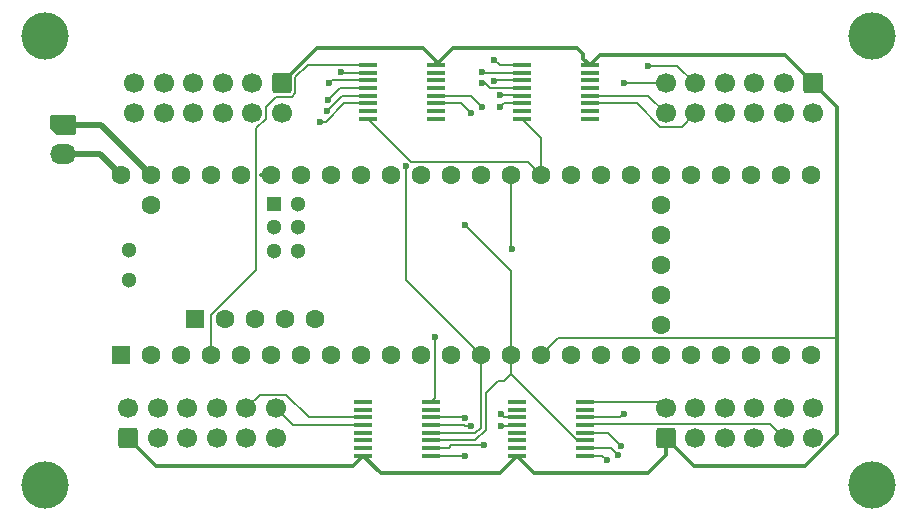
<source format=gbr>
%TF.GenerationSoftware,KiCad,Pcbnew,8.0.9-8.0.9-0~ubuntu22.04.1*%
%TF.CreationDate,2025-03-21T08:59:58-04:00*%
%TF.ProjectId,WS_Wheel_PCB,57535f57-6865-4656-9c5f-5043422e6b69,rev?*%
%TF.SameCoordinates,Original*%
%TF.FileFunction,Copper,L1,Top*%
%TF.FilePolarity,Positive*%
%FSLAX46Y46*%
G04 Gerber Fmt 4.6, Leading zero omitted, Abs format (unit mm)*
G04 Created by KiCad (PCBNEW 8.0.9-8.0.9-0~ubuntu22.04.1) date 2025-03-21 08:59:58*
%MOMM*%
%LPD*%
G01*
G04 APERTURE LIST*
G04 Aperture macros list*
%AMRoundRect*
0 Rectangle with rounded corners*
0 $1 Rounding radius*
0 $2 $3 $4 $5 $6 $7 $8 $9 X,Y pos of 4 corners*
0 Add a 4 corners polygon primitive as box body*
4,1,4,$2,$3,$4,$5,$6,$7,$8,$9,$2,$3,0*
0 Add four circle primitives for the rounded corners*
1,1,$1+$1,$2,$3*
1,1,$1+$1,$4,$5*
1,1,$1+$1,$6,$7*
1,1,$1+$1,$8,$9*
0 Add four rect primitives between the rounded corners*
20,1,$1+$1,$2,$3,$4,$5,0*
20,1,$1+$1,$4,$5,$6,$7,0*
20,1,$1+$1,$6,$7,$8,$9,0*
20,1,$1+$1,$8,$9,$2,$3,0*%
%AMFreePoly0*
4,1,22,0.945671,0.830970,1.026777,0.776777,1.080970,0.695671,1.100000,0.600000,1.100000,-0.600000,1.080970,-0.695671,1.026777,-0.776777,0.945671,-0.830970,0.850000,-0.850000,-0.450000,-0.850000,-0.545671,-0.830970,-0.626777,-0.776777,-1.026777,-0.376777,-1.080970,-0.295671,-1.100000,-0.200000,-1.100000,0.600000,-1.080970,0.695671,-1.026777,0.776777,-0.945671,0.830970,-0.850000,0.850000,
0.850000,0.850000,0.945671,0.830970,0.945671,0.830970,$1*%
G04 Aperture macros list end*
%TA.AperFunction,ComponentPad*%
%ADD10R,1.600000X1.600000*%
%TD*%
%TA.AperFunction,ComponentPad*%
%ADD11C,1.600000*%
%TD*%
%TA.AperFunction,ComponentPad*%
%ADD12R,1.300000X1.300000*%
%TD*%
%TA.AperFunction,ComponentPad*%
%ADD13C,1.300000*%
%TD*%
%TA.AperFunction,SMDPad,CuDef*%
%ADD14RoundRect,0.100000X0.675000X0.100000X-0.675000X0.100000X-0.675000X-0.100000X0.675000X-0.100000X0*%
%TD*%
%TA.AperFunction,ComponentPad*%
%ADD15FreePoly0,0.000000*%
%TD*%
%TA.AperFunction,ComponentPad*%
%ADD16O,2.200000X1.700000*%
%TD*%
%TA.AperFunction,ComponentPad*%
%ADD17RoundRect,0.250000X-0.600000X0.600000X-0.600000X-0.600000X0.600000X-0.600000X0.600000X0.600000X0*%
%TD*%
%TA.AperFunction,ComponentPad*%
%ADD18C,1.700000*%
%TD*%
%TA.AperFunction,ComponentPad*%
%ADD19RoundRect,0.250000X0.600000X-0.600000X0.600000X0.600000X-0.600000X0.600000X-0.600000X-0.600000X0*%
%TD*%
%TA.AperFunction,SMDPad,CuDef*%
%ADD20RoundRect,0.100000X-0.675000X-0.100000X0.675000X-0.100000X0.675000X0.100000X-0.675000X0.100000X0*%
%TD*%
%TA.AperFunction,ViaPad*%
%ADD21C,4.000000*%
%TD*%
%TA.AperFunction,ViaPad*%
%ADD22C,0.600000*%
%TD*%
%TA.AperFunction,Conductor*%
%ADD23C,0.200000*%
%TD*%
%TA.AperFunction,Conductor*%
%ADD24C,0.300000*%
%TD*%
%TA.AperFunction,Conductor*%
%ADD25C,0.500000*%
%TD*%
G04 APERTURE END LIST*
D10*
%TO.P,U1,1,GND*%
%TO.N,unconnected-(U1-GND-Pad1)*%
X118380000Y-70000000D03*
D11*
%TO.P,U1,2,0_RX1_CRX2_CS1*%
%TO.N,unconnected-(U1-0_RX1_CRX2_CS1-Pad2)*%
X120920000Y-70000000D03*
%TO.P,U1,3,1_TX1_CTX2_MISO1*%
%TO.N,unconnected-(U1-1_TX1_CTX2_MISO1-Pad3)*%
X123460000Y-70000000D03*
%TO.P,U1,4,2_OUT2*%
%TO.N,Net-(LS1-SS{slash})*%
X126000000Y-70000000D03*
%TO.P,U1,5,3_LRCLK2*%
%TO.N,Net-(LS2-SS{slash})*%
X128540000Y-70000000D03*
%TO.P,U1,6,4_BCLK2*%
%TO.N,Net-(LS4-SS{slash})*%
X131080000Y-70000000D03*
%TO.P,U1,7,5_IN2*%
%TO.N,Net-(LS3-SS{slash})*%
X133620000Y-70000000D03*
%TO.P,U1,8,6_OUT1D*%
%TO.N,Net-(C1-ENy)*%
X136160000Y-70000000D03*
%TO.P,U1,9,7_RX2_OUT1A*%
%TO.N,Net-(C1-DirAy)*%
X138700000Y-70000000D03*
%TO.P,U1,10,8_TX2_IN1*%
%TO.N,Net-(C1-DirBy)*%
X141240000Y-70000000D03*
%TO.P,U1,11,9_OUT1C*%
%TO.N,unconnected-(U1-9_OUT1C-Pad11)*%
X143780000Y-70000000D03*
%TO.P,U1,12,10_CS_MQSR*%
%TO.N,unconnected-(U1-10_CS_MQSR-Pad12)*%
X146320000Y-70000000D03*
%TO.P,U1,13,11_MOSI_CTX1*%
%TO.N,Net-(LS1-MOSI)*%
X148860000Y-70000000D03*
%TO.P,U1,14,12_MISO_MQSL*%
%TO.N,Net-(LS1-MISO)*%
X151400000Y-70000000D03*
%TO.P,U1,15,3V3*%
%TO.N,Net-(C1-3v3)*%
X153940000Y-70000000D03*
%TO.P,U1,16,24_A10_TX6_SCL2*%
%TO.N,Net-(C2-ENy)*%
X156480000Y-70000000D03*
%TO.P,U1,17,25_A11_RX6_SDA2*%
%TO.N,Net-(C2-DirAy)*%
X159020000Y-70000000D03*
%TO.P,U1,18,26_A12_MOSI1*%
%TO.N,Net-(C2-DirBy)*%
X161560000Y-70000000D03*
%TO.P,U1,19,27_A13_SCK1*%
%TO.N,Net-(C3-ENy)*%
X164100000Y-70000000D03*
%TO.P,U1,20,28_RX7*%
%TO.N,Net-(C3-DirAy)*%
X166640000Y-70000000D03*
%TO.P,U1,21,29_TX7*%
%TO.N,Net-(C3-DirBy)*%
X169180000Y-70000000D03*
%TO.P,U1,22,30_CRX3*%
%TO.N,Net-(C4-ENy)*%
X171720000Y-70000000D03*
%TO.P,U1,23,31_CTX3*%
%TO.N,Net-(C4-DirAy)*%
X174260000Y-70000000D03*
%TO.P,U1,24,32_OUT1B*%
%TO.N,Net-(C4-DirBy)*%
X176800000Y-70000000D03*
%TO.P,U1,25,33_MCLK2*%
%TO.N,unconnected-(U1-33_MCLK2-Pad25)*%
X176800000Y-54760000D03*
%TO.P,U1,26,34_RX8*%
%TO.N,unconnected-(U1-34_RX8-Pad26)*%
X174260000Y-54760000D03*
%TO.P,U1,27,35_TX8*%
%TO.N,unconnected-(U1-35_TX8-Pad27)*%
X171720000Y-54760000D03*
%TO.P,U1,28,36_CS*%
%TO.N,unconnected-(U1-36_CS-Pad28)*%
X169180000Y-54760000D03*
%TO.P,U1,29,37_CS*%
%TO.N,unconnected-(U1-37_CS-Pad29)*%
X166640000Y-54760000D03*
%TO.P,U1,30,38_CS1_IN1*%
%TO.N,Net-(C3-DirBx)*%
X164100000Y-54760000D03*
%TO.P,U1,31,39_MISO1_OUT1A*%
%TO.N,Net-(C4-DirBx)*%
X161560000Y-54760000D03*
%TO.P,U1,32,40_A16*%
%TO.N,Net-(C4-DirAx)*%
X159020000Y-54760000D03*
%TO.P,U1,33,41_A17*%
%TO.N,Net-(C4-ENx)*%
X156480000Y-54760000D03*
%TO.P,U1,34,GND*%
%TO.N,Net-(C1-GND)*%
X153940000Y-54760000D03*
%TO.P,U1,35,13_SCK_LED*%
%TO.N,Net-(LS1-SCK)*%
X151400000Y-54760000D03*
%TO.P,U1,36,14_A0_TX3_SPDIF_OUT*%
%TO.N,unconnected-(U1-14_A0_TX3_SPDIF_OUT-Pad36)*%
X148860000Y-54760000D03*
%TO.P,U1,37,15_A1_RX3_SPDIF_IN*%
%TO.N,unconnected-(U1-15_A1_RX3_SPDIF_IN-Pad37)*%
X146320000Y-54760000D03*
%TO.P,U1,38,16_A2_RX4_SCL1*%
%TO.N,Net-(C3-DirAx)*%
X143780000Y-54760000D03*
%TO.P,U1,39,17_A3_TX4_SDA1*%
%TO.N,Net-(C3-ENx)*%
X141240000Y-54760000D03*
%TO.P,U1,40,18_A4_SDA*%
%TO.N,Net-(C2-DirBx)*%
X138700000Y-54760000D03*
%TO.P,U1,41,19_A5_SCL*%
%TO.N,Net-(C2-DirAx)*%
X136160000Y-54760000D03*
%TO.P,U1,42,20_A6_TX5_LRCLK1*%
%TO.N,Net-(C2-ENx)*%
X133620000Y-54760000D03*
%TO.P,U1,43,21_A7_RX5_BCLK1*%
%TO.N,Net-(C1-DirBx)*%
X131080000Y-54760000D03*
%TO.P,U1,44,22_A8_CTX1*%
%TO.N,Net-(C1-DirAx)*%
X128540000Y-54760000D03*
%TO.P,U1,45,23_A9_CRX1_MCLK1*%
%TO.N,Net-(C1-ENx)*%
X126000000Y-54760000D03*
%TO.P,U1,46,3V3*%
%TO.N,unconnected-(U1-3V3-Pad46)*%
X123460000Y-54760000D03*
%TO.P,U1,47,GND*%
%TO.N,Net-(J1-Pin_1)*%
X120920000Y-54760000D03*
%TO.P,U1,48,VIN*%
%TO.N,Net-(J1-Pin_2)*%
X118380000Y-54760000D03*
%TO.P,U1,49,VUSB*%
%TO.N,unconnected-(U1-VUSB-Pad49)*%
X120920000Y-57300000D03*
%TO.P,U1,50,VBAT*%
%TO.N,unconnected-(U1-VBAT-Pad50)*%
X164100000Y-67460000D03*
%TO.P,U1,51,3V3*%
%TO.N,unconnected-(U1-3V3-Pad51)*%
X164100000Y-64920000D03*
%TO.P,U1,52,GND*%
%TO.N,unconnected-(U1-GND-Pad52)*%
X164100000Y-62380000D03*
%TO.P,U1,53,PROGRAM*%
%TO.N,unconnected-(U1-PROGRAM-Pad53)*%
X164100000Y-59840000D03*
%TO.P,U1,54,ON_OFF*%
%TO.N,unconnected-(U1-ON_OFF-Pad54)*%
X164100000Y-57300000D03*
D10*
%TO.P,U1,55,5V*%
%TO.N,unconnected-(U1-5V-Pad55)*%
X124679200Y-66949200D03*
D11*
%TO.P,U1,56,D-*%
%TO.N,unconnected-(U1-D--Pad56)*%
X127219200Y-66949200D03*
%TO.P,U1,57,D+*%
%TO.N,unconnected-(U1-D+-Pad57)*%
X129759200Y-66949200D03*
%TO.P,U1,58,GND*%
%TO.N,unconnected-(U1-GND-Pad58)*%
X132299200Y-66949200D03*
%TO.P,U1,59,GND*%
%TO.N,unconnected-(U1-GND-Pad59)*%
X134839200Y-66949200D03*
D12*
%TO.P,U1,60,R+*%
%TO.N,unconnected-(U1-R+-Pad60)*%
X131350000Y-57198400D03*
D13*
%TO.P,U1,61,LED*%
%TO.N,unconnected-(U1-LED-Pad61)*%
X131350000Y-59198400D03*
%TO.P,U1,62,T-*%
%TO.N,unconnected-(U1-T--Pad62)*%
X131350000Y-61198400D03*
%TO.P,U1,63,T+*%
%TO.N,unconnected-(U1-T+-Pad63)*%
X133350000Y-61198400D03*
%TO.P,U1,64,GND*%
%TO.N,unconnected-(U1-GND-Pad64)*%
X133350000Y-59198400D03*
%TO.P,U1,65,R-*%
%TO.N,unconnected-(U1-R--Pad65)*%
X133350000Y-57198400D03*
%TO.P,U1,66,D-*%
%TO.N,unconnected-(U1-D--Pad66)*%
X119110000Y-61110000D03*
%TO.P,U1,67,D+*%
%TO.N,unconnected-(U1-D+-Pad67)*%
X119110000Y-63650000D03*
%TD*%
D14*
%TO.P,LS3,1,SS/*%
%TO.N,Net-(LS3-SS{slash})*%
X144675000Y-78525000D03*
%TO.P,LS3,2,SCK*%
%TO.N,Net-(LS1-SCK)*%
X144675000Y-77875000D03*
%TO.P,LS3,3,MISO*%
%TO.N,Net-(LS1-MISO)*%
X144675000Y-77225000D03*
%TO.P,LS3,4,MOSI*%
%TO.N,Net-(LS1-MOSI)*%
X144675000Y-76575000D03*
%TO.P,LS3,5,Ax*%
%TO.N,Net-(C3-EncAx)*%
X144675000Y-75925000D03*
%TO.P,LS3,6,Bx*%
%TO.N,Net-(C3-EncBx)*%
X144675000Y-75275000D03*
%TO.P,LS3,7,Zx*%
%TO.N,unconnected-(LS3-Zx-Pad7)*%
X144675000Y-74625000D03*
%TO.P,LS3,8,GND*%
%TO.N,Net-(C1-GND)*%
X144675000Y-73975000D03*
%TO.P,LS3,9,CEx*%
%TO.N,unconnected-(LS3-CEx-Pad9)*%
X138925000Y-73975000D03*
%TO.P,LS3,10,FLAGx/*%
%TO.N,unconnected-(LS3-FLAGx{slash}-Pad10)*%
X138925000Y-74625000D03*
%TO.P,LS3,11,Ay*%
%TO.N,Net-(C3-EncAy)*%
X138925000Y-75275000D03*
%TO.P,LS3,12,By*%
%TO.N,Net-(C3-EncBy)*%
X138925000Y-75925000D03*
%TO.P,LS3,13,Zy*%
%TO.N,unconnected-(LS3-Zy-Pad13)*%
X138925000Y-76575000D03*
%TO.P,LS3,14,CEy*%
%TO.N,unconnected-(LS3-CEy-Pad14)*%
X138925000Y-77225000D03*
%TO.P,LS3,15,FLAGy/*%
%TO.N,unconnected-(LS3-FLAGy{slash}-Pad15)*%
X138925000Y-77875000D03*
%TO.P,LS3,16,VDD*%
%TO.N,Net-(C1-3v3)*%
X138925000Y-78525000D03*
%TD*%
D15*
%TO.P,J1,1,Pin_1*%
%TO.N,Net-(J1-Pin_1)*%
X113500000Y-50500000D03*
D16*
%TO.P,J1,2,Pin_2*%
%TO.N,Net-(J1-Pin_2)*%
X113500000Y-53000000D03*
%TD*%
D17*
%TO.P,C2,1,3v3*%
%TO.N,Net-(C1-3v3)*%
X177000000Y-47000000D03*
D18*
%TO.P,C2,2,ENx*%
%TO.N,Net-(C2-ENx)*%
X174500000Y-47000000D03*
%TO.P,C2,3,DirAx*%
%TO.N,Net-(C2-DirAx)*%
X172000000Y-47000000D03*
%TO.P,C2,4,DirBx*%
%TO.N,Net-(C2-DirBx)*%
X169500000Y-47000000D03*
%TO.P,C2,5,EncAx*%
%TO.N,Net-(C2-EncAx)*%
X167000000Y-47000000D03*
%TO.P,C2,6,EncBx*%
%TO.N,Net-(C2-EncBx)*%
X164500000Y-47000000D03*
%TO.P,C2,7,GND*%
%TO.N,Net-(C1-GND)*%
X177000000Y-49500000D03*
%TO.P,C2,8,ENy*%
%TO.N,Net-(C2-ENy)*%
X174500000Y-49500000D03*
%TO.P,C2,9,DirAy*%
%TO.N,Net-(C2-DirAy)*%
X172000000Y-49500000D03*
%TO.P,C2,10,DirBy*%
%TO.N,Net-(C2-DirBy)*%
X169500000Y-49500000D03*
%TO.P,C2,11,EncAy*%
%TO.N,Net-(C2-EncAy)*%
X167000000Y-49500000D03*
%TO.P,C2,12,EncBy*%
%TO.N,Net-(C2-EncBy)*%
X164500000Y-49500000D03*
%TD*%
D17*
%TO.P,C1,1,3v3*%
%TO.N,Net-(C1-3v3)*%
X132000000Y-47000000D03*
D18*
%TO.P,C1,2,ENx*%
%TO.N,Net-(C1-ENx)*%
X129500000Y-47000000D03*
%TO.P,C1,3,DirAx*%
%TO.N,Net-(C1-DirAx)*%
X127000000Y-47000000D03*
%TO.P,C1,4,DirBx*%
%TO.N,Net-(C1-DirBx)*%
X124500000Y-47000000D03*
%TO.P,C1,5,EncAx*%
%TO.N,Net-(C1-EncAx)*%
X122000000Y-47000000D03*
%TO.P,C1,6,EncBx*%
%TO.N,Net-(C1-EncBx)*%
X119500000Y-47000000D03*
%TO.P,C1,7,GND*%
%TO.N,Net-(C1-GND)*%
X132000000Y-49500000D03*
%TO.P,C1,8,ENy*%
%TO.N,Net-(C1-ENy)*%
X129500000Y-49500000D03*
%TO.P,C1,9,DirAy*%
%TO.N,Net-(C1-DirAy)*%
X127000000Y-49500000D03*
%TO.P,C1,10,DirBy*%
%TO.N,Net-(C1-DirBy)*%
X124500000Y-49500000D03*
%TO.P,C1,11,EncAy*%
%TO.N,Net-(C1-EncAy)*%
X122000000Y-49500000D03*
%TO.P,C1,12,EncBy*%
%TO.N,Net-(C1-EncBy)*%
X119500000Y-49500000D03*
%TD*%
D19*
%TO.P,C3,1,3v3*%
%TO.N,Net-(C1-3v3)*%
X119000000Y-77000000D03*
D18*
%TO.P,C3,2,ENx*%
%TO.N,Net-(C3-ENx)*%
X121500000Y-77000000D03*
%TO.P,C3,3,DirAx*%
%TO.N,Net-(C3-DirAx)*%
X124000000Y-77000000D03*
%TO.P,C3,4,DirBx*%
%TO.N,Net-(C3-DirBx)*%
X126500000Y-77000000D03*
%TO.P,C3,5,EncAx*%
%TO.N,Net-(C3-EncAx)*%
X129000000Y-77000000D03*
%TO.P,C3,6,EncBx*%
%TO.N,Net-(C3-EncBx)*%
X131500000Y-77000000D03*
%TO.P,C3,7,GND*%
%TO.N,Net-(C1-GND)*%
X119000000Y-74500000D03*
%TO.P,C3,8,ENy*%
%TO.N,Net-(C3-ENy)*%
X121500000Y-74500000D03*
%TO.P,C3,9,DirAy*%
%TO.N,Net-(C3-DirAy)*%
X124000000Y-74500000D03*
%TO.P,C3,10,DirBy*%
%TO.N,Net-(C3-DirBy)*%
X126500000Y-74500000D03*
%TO.P,C3,11,EncAy*%
%TO.N,Net-(C3-EncAy)*%
X129000000Y-74500000D03*
%TO.P,C3,12,EncBy*%
%TO.N,Net-(C3-EncBy)*%
X131500000Y-74500000D03*
%TD*%
D19*
%TO.P,C4,1,3v3*%
%TO.N,Net-(C1-3v3)*%
X164500000Y-77000000D03*
D18*
%TO.P,C4,2,ENx*%
%TO.N,Net-(C4-ENx)*%
X167000000Y-77000000D03*
%TO.P,C4,3,DirAx*%
%TO.N,Net-(C4-DirAx)*%
X169500000Y-77000000D03*
%TO.P,C4,4,DirBx*%
%TO.N,Net-(C4-DirBx)*%
X172000000Y-77000000D03*
%TO.P,C4,5,EncAx*%
%TO.N,Net-(C4-EncAx)*%
X174500000Y-77000000D03*
%TO.P,C4,6,EncBx*%
%TO.N,Net-(C4-EncBx)*%
X177000000Y-77000000D03*
%TO.P,C4,7,GND*%
%TO.N,Net-(C1-GND)*%
X164500000Y-74500000D03*
%TO.P,C4,8,ENy*%
%TO.N,Net-(C4-ENy)*%
X167000000Y-74500000D03*
%TO.P,C4,9,DirAy*%
%TO.N,Net-(C4-DirAy)*%
X169500000Y-74500000D03*
%TO.P,C4,10,DirBy*%
%TO.N,Net-(C4-DirBy)*%
X172000000Y-74500000D03*
%TO.P,C4,11,EncAy*%
%TO.N,Net-(C4-EncAy)*%
X174500000Y-74500000D03*
%TO.P,C4,12,EncBy*%
%TO.N,Net-(C4-EncBy)*%
X177000000Y-74500000D03*
%TD*%
D20*
%TO.P,LS1,1,SS/*%
%TO.N,Net-(LS1-SS{slash})*%
X139325000Y-45450000D03*
%TO.P,LS1,2,SCK*%
%TO.N,Net-(LS1-SCK)*%
X139325000Y-46100000D03*
%TO.P,LS1,3,MISO*%
%TO.N,Net-(LS1-MISO)*%
X139325000Y-46750000D03*
%TO.P,LS1,4,MOSI*%
%TO.N,Net-(LS1-MOSI)*%
X139325000Y-47400000D03*
%TO.P,LS1,5,Ax*%
%TO.N,Net-(C1-EncAx)*%
X139325000Y-48050000D03*
%TO.P,LS1,6,Bx*%
%TO.N,Net-(C1-EncBx)*%
X139325000Y-48700000D03*
%TO.P,LS1,7,Zx*%
%TO.N,unconnected-(LS1-Zx-Pad7)*%
X139325000Y-49350000D03*
%TO.P,LS1,8,GND*%
%TO.N,Net-(C1-GND)*%
X139325000Y-50000000D03*
%TO.P,LS1,9,CEx*%
%TO.N,unconnected-(LS1-CEx-Pad9)*%
X145075000Y-50000000D03*
%TO.P,LS1,10,FLAGx/*%
%TO.N,unconnected-(LS1-FLAGx{slash}-Pad10)*%
X145075000Y-49350000D03*
%TO.P,LS1,11,Ay*%
%TO.N,Net-(C1-EncAy)*%
X145075000Y-48700000D03*
%TO.P,LS1,12,By*%
%TO.N,Net-(C1-EncBy)*%
X145075000Y-48050000D03*
%TO.P,LS1,13,Zy*%
%TO.N,unconnected-(LS1-Zy-Pad13)*%
X145075000Y-47400000D03*
%TO.P,LS1,14,CEy*%
%TO.N,unconnected-(LS1-CEy-Pad14)*%
X145075000Y-46750000D03*
%TO.P,LS1,15,FLAGy/*%
%TO.N,unconnected-(LS1-FLAGy{slash}-Pad15)*%
X145075000Y-46100000D03*
%TO.P,LS1,16,VDD*%
%TO.N,Net-(C1-3v3)*%
X145075000Y-45450000D03*
%TD*%
%TO.P,LS2,1,SS/*%
%TO.N,Net-(LS2-SS{slash})*%
X152325000Y-45450000D03*
%TO.P,LS2,2,SCK*%
%TO.N,Net-(LS1-SCK)*%
X152325000Y-46100000D03*
%TO.P,LS2,3,MISO*%
%TO.N,Net-(LS1-MISO)*%
X152325000Y-46750000D03*
%TO.P,LS2,4,MOSI*%
%TO.N,Net-(LS1-MOSI)*%
X152325000Y-47400000D03*
%TO.P,LS2,5,Ax*%
%TO.N,Net-(C2-EncAx)*%
X152325000Y-48050000D03*
%TO.P,LS2,6,Bx*%
%TO.N,Net-(C2-EncBx)*%
X152325000Y-48700000D03*
%TO.P,LS2,7,Zx*%
%TO.N,unconnected-(LS2-Zx-Pad7)*%
X152325000Y-49350000D03*
%TO.P,LS2,8,GND*%
%TO.N,Net-(C1-GND)*%
X152325000Y-50000000D03*
%TO.P,LS2,9,CEx*%
%TO.N,unconnected-(LS2-CEx-Pad9)*%
X158075000Y-50000000D03*
%TO.P,LS2,10,FLAGx/*%
%TO.N,unconnected-(LS2-FLAGx{slash}-Pad10)*%
X158075000Y-49350000D03*
%TO.P,LS2,11,Ay*%
%TO.N,Net-(C2-EncAy)*%
X158075000Y-48700000D03*
%TO.P,LS2,12,By*%
%TO.N,Net-(C2-EncBy)*%
X158075000Y-48050000D03*
%TO.P,LS2,13,Zy*%
%TO.N,unconnected-(LS2-Zy-Pad13)*%
X158075000Y-47400000D03*
%TO.P,LS2,14,CEy*%
%TO.N,unconnected-(LS2-CEy-Pad14)*%
X158075000Y-46750000D03*
%TO.P,LS2,15,FLAGy/*%
%TO.N,unconnected-(LS2-FLAGy{slash}-Pad15)*%
X158075000Y-46100000D03*
%TO.P,LS2,16,VDD*%
%TO.N,Net-(C1-3v3)*%
X158075000Y-45450000D03*
%TD*%
D14*
%TO.P,LS4,1,SS/*%
%TO.N,Net-(LS4-SS{slash})*%
X157675000Y-78525000D03*
%TO.P,LS4,2,SCK*%
%TO.N,Net-(LS1-SCK)*%
X157675000Y-77875000D03*
%TO.P,LS4,3,MISO*%
%TO.N,Net-(LS1-MISO)*%
X157675000Y-77225000D03*
%TO.P,LS4,4,MOSI*%
%TO.N,Net-(LS1-MOSI)*%
X157675000Y-76575000D03*
%TO.P,LS4,5,Ax*%
%TO.N,Net-(C4-EncAx)*%
X157675000Y-75925000D03*
%TO.P,LS4,6,Bx*%
%TO.N,Net-(C4-EncBx)*%
X157675000Y-75275000D03*
%TO.P,LS4,7,Zx*%
%TO.N,unconnected-(LS4-Zx-Pad7)*%
X157675000Y-74625000D03*
%TO.P,LS4,8,GND*%
%TO.N,Net-(C1-GND)*%
X157675000Y-73975000D03*
%TO.P,LS4,9,CEx*%
%TO.N,unconnected-(LS4-CEx-Pad9)*%
X151925000Y-73975000D03*
%TO.P,LS4,10,FLAGx/*%
%TO.N,unconnected-(LS4-FLAGx{slash}-Pad10)*%
X151925000Y-74625000D03*
%TO.P,LS4,11,Ay*%
%TO.N,Net-(C4-EncAy)*%
X151925000Y-75275000D03*
%TO.P,LS4,12,By*%
%TO.N,Net-(C4-EncBy)*%
X151925000Y-75925000D03*
%TO.P,LS4,13,Zy*%
%TO.N,unconnected-(LS4-Zy-Pad13)*%
X151925000Y-76575000D03*
%TO.P,LS4,14,CEy*%
%TO.N,unconnected-(LS4-CEy-Pad14)*%
X151925000Y-77225000D03*
%TO.P,LS4,15,FLAGy/*%
%TO.N,unconnected-(LS4-FLAGy{slash}-Pad15)*%
X151925000Y-77875000D03*
%TO.P,LS4,16,VDD*%
%TO.N,Net-(C1-3v3)*%
X151925000Y-78525000D03*
%TD*%
D21*
%TO.N,*%
X112000000Y-43000000D03*
X112000000Y-81000000D03*
X182000000Y-81000000D03*
X182000000Y-43000000D03*
D22*
%TO.N,Net-(C1-EncAx)*%
X135837438Y-49314035D03*
%TO.N,Net-(C1-GND)*%
X145000000Y-68500000D03*
%TO.N,Net-(C1-EncAy)*%
X148000000Y-49500000D03*
%TO.N,Net-(C1-EncBx)*%
X135237438Y-50262562D03*
%TO.N,Net-(C1-EncBy)*%
X149000000Y-49000000D03*
%TO.N,Net-(C4-EncBx)*%
X160960000Y-75000000D03*
%TO.N,Net-(C2-EncAx)*%
X163000000Y-45500000D03*
X150500000Y-48000000D03*
%TO.N,Net-(C3-EncBx)*%
X147529271Y-75334129D03*
%TO.N,Net-(C3-EncAx)*%
X148000000Y-76000000D03*
%TO.N,Net-(C4-EncAy)*%
X150560000Y-75000000D03*
%TO.N,Net-(C4-EncBy)*%
X150560000Y-76000000D03*
%TO.N,Net-(LS1-MISO)*%
X150000000Y-46800000D03*
X136000000Y-47000000D03*
X147500000Y-59000000D03*
%TO.N,Net-(LS1-SCK)*%
X151500000Y-61000000D03*
X160500000Y-78487868D03*
X137000000Y-46050000D03*
X149102608Y-77625000D03*
X149000000Y-46000000D03*
%TO.N,Net-(LS1-MOSI)*%
X149000000Y-47000000D03*
X142488235Y-54011765D03*
X135884897Y-48418047D03*
X160758533Y-77730791D03*
%TO.N,Net-(LS2-SS{slash})*%
X150000000Y-45000000D03*
%TO.N,Net-(LS3-SS{slash})*%
X147500000Y-78525000D03*
%TO.N,Net-(LS4-SS{slash})*%
X159500000Y-78900000D03*
%TO.N,Net-(C2-EncBx)*%
X161000000Y-47000000D03*
X150500000Y-49000000D03*
%TD*%
D23*
%TO.N,Net-(C1-EncAx)*%
X135837438Y-49314035D02*
X137101473Y-48050000D01*
X137101473Y-48050000D02*
X139325000Y-48050000D01*
%TO.N,Net-(C1-GND)*%
X163975000Y-73975000D02*
X157675000Y-73975000D01*
X145000000Y-73650000D02*
X145000000Y-68500000D01*
X139325000Y-50000000D02*
X142985000Y-53660000D01*
X153940000Y-51615000D02*
X153940000Y-54760000D01*
X142985000Y-53660000D02*
X152840000Y-53660000D01*
X144675000Y-73975000D02*
X145000000Y-73650000D01*
X164500000Y-74500000D02*
X163975000Y-73975000D01*
X152840000Y-53660000D02*
X153940000Y-54760000D01*
X152325000Y-50000000D02*
X153940000Y-51615000D01*
%TO.N,Net-(C1-EncAy)*%
X145075000Y-48700000D02*
X147200000Y-48700000D01*
X147200000Y-48700000D02*
X148000000Y-49500000D01*
%TO.N,Net-(C1-EncBx)*%
X135237438Y-50262562D02*
X135737438Y-50262562D01*
X135737438Y-50262562D02*
X137300000Y-48700000D01*
X137300000Y-48700000D02*
X139325000Y-48700000D01*
%TO.N,Net-(C1-EncBy)*%
X145075000Y-48050000D02*
X148050000Y-48050000D01*
X148050000Y-48050000D02*
X149000000Y-49000000D01*
%TO.N,Net-(C4-EncBx)*%
X157675000Y-75275000D02*
X160685000Y-75275000D01*
X160685000Y-75275000D02*
X160960000Y-75000000D01*
%TO.N,Net-(C4-EncAx)*%
X157750000Y-75850000D02*
X173350000Y-75850000D01*
X173350000Y-75850000D02*
X174500000Y-77000000D01*
X157675000Y-75925000D02*
X157750000Y-75850000D01*
D24*
%TO.N,Net-(C1-3v3)*%
X174610000Y-44610000D02*
X158915000Y-44610000D01*
X151925000Y-78525000D02*
X153400000Y-80000000D01*
X166890000Y-79390000D02*
X176307057Y-79390000D01*
X145075000Y-45450000D02*
X145075000Y-45075000D01*
X163000000Y-80000000D02*
X164500000Y-78500000D01*
X144000000Y-44000000D02*
X135000000Y-44000000D01*
X119000000Y-77000000D02*
X121390000Y-79390000D01*
X157000000Y-44000000D02*
X146525000Y-44000000D01*
X138060000Y-79390000D02*
X138925000Y-78525000D01*
D23*
X155380000Y-68560000D02*
X178940000Y-68560000D01*
D24*
X158075000Y-45450000D02*
X157525000Y-44900000D01*
X138925000Y-78525000D02*
X140400000Y-80000000D01*
X164500000Y-78500000D02*
X164500000Y-77000000D01*
X177000000Y-47000000D02*
X174610000Y-44610000D01*
X164500000Y-77000000D02*
X166890000Y-79390000D01*
X176307057Y-79390000D02*
X179000000Y-76697057D01*
X179000000Y-76697057D02*
X179000000Y-68500000D01*
X157525000Y-44525000D02*
X157000000Y-44000000D01*
D23*
X153940000Y-70000000D02*
X155380000Y-68560000D01*
D24*
X157525000Y-44900000D02*
X157525000Y-44525000D01*
X146525000Y-44000000D02*
X145075000Y-45450000D01*
X158915000Y-44610000D02*
X158075000Y-45450000D01*
X121390000Y-79390000D02*
X138060000Y-79390000D01*
D23*
X178940000Y-68560000D02*
X179000000Y-68500000D01*
D24*
X140400000Y-80000000D02*
X150450000Y-80000000D01*
X179000000Y-49000000D02*
X177000000Y-47000000D01*
X135000000Y-44000000D02*
X132000000Y-47000000D01*
X179000000Y-68500000D02*
X179000000Y-49000000D01*
X153400000Y-80000000D02*
X163000000Y-80000000D01*
X150450000Y-80000000D02*
X151925000Y-78525000D01*
X145075000Y-45075000D02*
X144000000Y-44000000D01*
D23*
%TO.N,Net-(C2-EncAy)*%
X162073654Y-48700000D02*
X164023654Y-50650000D01*
X164023654Y-50650000D02*
X165850000Y-50650000D01*
X165850000Y-50650000D02*
X167000000Y-49500000D01*
X158075000Y-48700000D02*
X162073654Y-48700000D01*
%TO.N,Net-(C2-EncBy)*%
X163050000Y-48050000D02*
X164500000Y-49500000D01*
X158075000Y-48050000D02*
X163050000Y-48050000D01*
%TO.N,Net-(C2-EncAx)*%
X150500000Y-48000000D02*
X152275000Y-48000000D01*
X167000000Y-47000000D02*
X165500000Y-45500000D01*
X152275000Y-48000000D02*
X152325000Y-48050000D01*
X165500000Y-45500000D02*
X163000000Y-45500000D01*
%TO.N,Net-(C3-EncBy)*%
X131500000Y-74500000D02*
X132925000Y-75925000D01*
X132925000Y-75925000D02*
X138925000Y-75925000D01*
%TO.N,Net-(C3-EncBx)*%
X144675000Y-75275000D02*
X147470142Y-75275000D01*
X147470142Y-75275000D02*
X147529271Y-75334129D01*
%TO.N,Net-(C3-EncAy)*%
X134275000Y-75275000D02*
X138925000Y-75275000D01*
X130150000Y-73350000D02*
X132350000Y-73350000D01*
X129000000Y-74500000D02*
X130150000Y-73350000D01*
X132350000Y-73350000D02*
X134275000Y-75275000D01*
%TO.N,Net-(C3-EncAx)*%
X147500000Y-76000000D02*
X147425000Y-75925000D01*
X147425000Y-75925000D02*
X144675000Y-75925000D01*
X148000000Y-76000000D02*
X147500000Y-76000000D01*
D25*
%TO.N,Net-(J1-Pin_2)*%
X116620000Y-53000000D02*
X113500000Y-53000000D01*
X116620000Y-53000000D02*
X118380000Y-54760000D01*
%TO.N,Net-(J1-Pin_1)*%
X116660000Y-50500000D02*
X113500000Y-50500000D01*
X120920000Y-54760000D02*
X116660000Y-50500000D01*
D23*
%TO.N,Net-(C4-EncAy)*%
X150835000Y-75275000D02*
X150560000Y-75000000D01*
X151925000Y-75275000D02*
X150835000Y-75275000D01*
%TO.N,Net-(C4-EncBy)*%
X151850000Y-76000000D02*
X151925000Y-75925000D01*
X150560000Y-76000000D02*
X151850000Y-76000000D01*
D24*
%TO.N,Net-(C1-DirBx)*%
X130260000Y-54760000D02*
X131080000Y-54760000D01*
D23*
%TO.N,Net-(LS1-MISO)*%
X136250000Y-46750000D02*
X136000000Y-47000000D01*
X149260000Y-76305686D02*
X148340686Y-77225000D01*
X150000000Y-46800000D02*
X150050000Y-46750000D01*
X157675000Y-77225000D02*
X156981544Y-77225000D01*
X151400000Y-71643456D02*
X150850000Y-72193456D01*
X139325000Y-46750000D02*
X136250000Y-46750000D01*
X148340686Y-77225000D02*
X144675000Y-77225000D01*
X149260000Y-73240000D02*
X149260000Y-76305686D01*
X151400000Y-62900000D02*
X151400000Y-70000000D01*
X151400000Y-71643456D02*
X151400000Y-70000000D01*
X150306544Y-72193456D02*
X149260000Y-73240000D01*
X150050000Y-46750000D02*
X152325000Y-46750000D01*
X147500000Y-59000000D02*
X151400000Y-62900000D01*
X156981544Y-77225000D02*
X151400000Y-71643456D01*
X150850000Y-72193456D02*
X150306544Y-72193456D01*
%TO.N,Net-(LS1-SS{slash})*%
X134186396Y-45450000D02*
X133150000Y-46486396D01*
X133150000Y-47834744D02*
X132834744Y-48150000D01*
X132834744Y-48150000D02*
X131523654Y-48150000D01*
X126000000Y-66612765D02*
X126000000Y-70000000D01*
X133150000Y-46486396D02*
X133150000Y-47834744D01*
X130650000Y-49976346D02*
X129810000Y-50816346D01*
X139325000Y-45450000D02*
X134186396Y-45450000D01*
X130650000Y-49023654D02*
X130650000Y-49976346D01*
X129810000Y-50816346D02*
X129810000Y-62802765D01*
X129810000Y-62802765D02*
X126000000Y-66612765D01*
X131523654Y-48150000D02*
X130650000Y-49023654D01*
%TO.N,Net-(LS1-SCK)*%
X151500000Y-61000000D02*
X151400000Y-60900000D01*
X149102608Y-77625000D02*
X146375000Y-77625000D01*
X146375000Y-77625000D02*
X146125000Y-77875000D01*
X160500000Y-78487868D02*
X159887132Y-77875000D01*
X159887132Y-77875000D02*
X157675000Y-77875000D01*
X149100000Y-46100000D02*
X152325000Y-46100000D01*
X137050000Y-46100000D02*
X137000000Y-46050000D01*
X151400000Y-60900000D02*
X151400000Y-54760000D01*
X149000000Y-46000000D02*
X149100000Y-46100000D01*
X139325000Y-46100000D02*
X137050000Y-46100000D01*
X146125000Y-77875000D02*
X144675000Y-77875000D01*
%TO.N,Net-(LS1-MOSI)*%
X136902944Y-47400000D02*
X139325000Y-47400000D01*
X149200000Y-47000000D02*
X149600000Y-47400000D01*
X144700000Y-76600000D02*
X148400000Y-76600000D01*
X160758533Y-77730791D02*
X159602742Y-76575000D01*
X142488235Y-63628235D02*
X148860000Y-70000000D01*
X148400000Y-76600000D02*
X148860000Y-76140000D01*
X142488235Y-54011765D02*
X142488235Y-63628235D01*
X148860000Y-76140000D02*
X148860000Y-70000000D01*
X149600000Y-47400000D02*
X152325000Y-47400000D01*
X135884897Y-48418047D02*
X136902944Y-47400000D01*
X159602742Y-76575000D02*
X157675000Y-76575000D01*
X144675000Y-76575000D02*
X144700000Y-76600000D01*
X149000000Y-47000000D02*
X149200000Y-47000000D01*
%TO.N,Net-(LS2-SS{slash})*%
X150450000Y-45450000D02*
X150000000Y-45000000D01*
X152325000Y-45450000D02*
X150450000Y-45450000D01*
%TO.N,Net-(LS3-SS{slash})*%
X147500000Y-78525000D02*
X144675000Y-78525000D01*
%TO.N,Net-(LS4-SS{slash})*%
X159500000Y-78900000D02*
X159125000Y-78525000D01*
X159125000Y-78525000D02*
X157675000Y-78525000D01*
D24*
%TO.N,Net-(C1-ENy)*%
X129500000Y-49500000D02*
X129986346Y-49500000D01*
%TO.N,Net-(C1-DirAy)*%
X127000000Y-49500000D02*
X127446346Y-49500000D01*
D23*
%TO.N,Net-(C2-EncBx)*%
X164500000Y-47000000D02*
X161000000Y-47000000D01*
X150500000Y-49000000D02*
X150800000Y-48700000D01*
X150800000Y-48700000D02*
X152325000Y-48700000D01*
%TD*%
M02*

</source>
